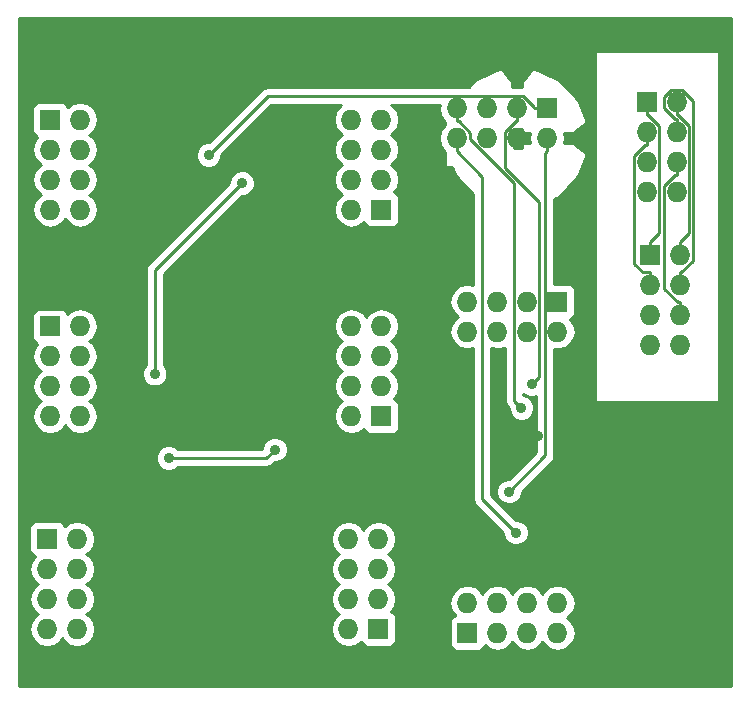
<source format=gbl>
%FSLAX46Y46*%
G04 Gerber Fmt 4.6, Leading zero omitted, Abs format (unit mm)*
G04 Created by KiCad (PCBNEW (2014-jul-16 BZR unknown)-product) date Tue 14 Oct 2014 06:58:31 PM EDT*
%MOMM*%
G01*
G04 APERTURE LIST*
%ADD10C,0.100000*%
%ADD11R,1.727200X1.727200*%
%ADD12O,1.727200X1.727200*%
%ADD13C,0.889000*%
%ADD14C,0.254000*%
G04 APERTURE END LIST*
D10*
D11*
X116730000Y-64190000D03*
D12*
X119270000Y-64190000D03*
X116730000Y-66730000D03*
X119270000Y-66730000D03*
X116730000Y-69270000D03*
X119270000Y-69270000D03*
X116730000Y-71810000D03*
X119270000Y-71810000D03*
D11*
X116730000Y-81690000D03*
D12*
X119270000Y-81690000D03*
X116730000Y-84230000D03*
X119270000Y-84230000D03*
X116730000Y-86770000D03*
X119270000Y-86770000D03*
X116730000Y-89310000D03*
X119270000Y-89310000D03*
D11*
X116480000Y-99690000D03*
D12*
X119020000Y-99690000D03*
X116480000Y-102230000D03*
X119020000Y-102230000D03*
X116480000Y-104770000D03*
X119020000Y-104770000D03*
X116480000Y-107310000D03*
X119020000Y-107310000D03*
D11*
X159685000Y-79605000D03*
D12*
X159685000Y-82145000D03*
X157145000Y-79605000D03*
X157145000Y-82145000D03*
X154605000Y-79605000D03*
X154605000Y-82145000D03*
X152065000Y-79605000D03*
X152065000Y-82145000D03*
D11*
X144770000Y-71810000D03*
D12*
X142230000Y-71810000D03*
X144770000Y-69270000D03*
X142230000Y-69270000D03*
X144770000Y-66730000D03*
X142230000Y-66730000D03*
X144770000Y-64190000D03*
X142230000Y-64190000D03*
D11*
X144770000Y-89310000D03*
D12*
X142230000Y-89310000D03*
X144770000Y-86770000D03*
X142230000Y-86770000D03*
X144770000Y-84230000D03*
X142230000Y-84230000D03*
X144770000Y-81690000D03*
X142230000Y-81690000D03*
D11*
X144520000Y-107310000D03*
D12*
X141980000Y-107310000D03*
X144520000Y-104770000D03*
X141980000Y-104770000D03*
X144520000Y-102230000D03*
X141980000Y-102230000D03*
X144520000Y-99690000D03*
X141980000Y-99690000D03*
D11*
X152065000Y-107645000D03*
D12*
X152065000Y-105105000D03*
X154605000Y-107645000D03*
X154605000Y-105105000D03*
X157145000Y-107645000D03*
X157145000Y-105105000D03*
X159685000Y-107645000D03*
X159685000Y-105105000D03*
D11*
X167230000Y-62690000D03*
D12*
X169770000Y-62690000D03*
X167230000Y-65230000D03*
X169770000Y-65230000D03*
X167230000Y-67770000D03*
X169770000Y-67770000D03*
X167230000Y-70310000D03*
X169770000Y-70310000D03*
D11*
X167480000Y-75690000D03*
D12*
X170020000Y-75690000D03*
X167480000Y-78230000D03*
X170020000Y-78230000D03*
X167480000Y-80770000D03*
X170020000Y-80770000D03*
X167480000Y-83310000D03*
X170020000Y-83310000D03*
D11*
X158810000Y-63230000D03*
D12*
X158810000Y-65770000D03*
X156270000Y-63230000D03*
X156270000Y-65770000D03*
X153730000Y-63230000D03*
X153730000Y-65770000D03*
X151190000Y-63230000D03*
X151190000Y-65770000D03*
D13*
X133570800Y-95982100D03*
X158033500Y-90995000D03*
X131699500Y-77423600D03*
X129722800Y-78588600D03*
X127806400Y-101085600D03*
X131199500Y-61079400D03*
X128563500Y-65578500D03*
X127251900Y-59802700D03*
X129507700Y-96084400D03*
X126944000Y-82604500D03*
X130148000Y-67191900D03*
X156627300Y-88599900D03*
X157511200Y-86600300D03*
X125586400Y-85707900D03*
X132980800Y-69569900D03*
X155587500Y-95691400D03*
X156155100Y-99151100D03*
X135757700Y-92127100D03*
X126757100Y-92844300D03*
D14*
X119447000Y-81317200D02*
X119270000Y-81494200D01*
X119270000Y-81494200D02*
X119270000Y-81690000D01*
X119447000Y-81317200D02*
X119447000Y-81547900D01*
X119447000Y-81086500D02*
X119447000Y-81317200D01*
X158810000Y-63230000D02*
X157692400Y-63230000D01*
X157692400Y-63230000D02*
X157692400Y-63101400D01*
X157692400Y-63101400D02*
X156793000Y-62202000D01*
X156793000Y-62202000D02*
X135137900Y-62202000D01*
X135137900Y-62202000D02*
X130148000Y-67191900D01*
X151190000Y-63230000D02*
X151190000Y-64347600D01*
X151190000Y-64347600D02*
X151329800Y-64347600D01*
X151329800Y-64347600D02*
X152307600Y-65325400D01*
X152307600Y-65325400D02*
X152307600Y-65820100D01*
X152307600Y-65820100D02*
X156010600Y-69523100D01*
X156010600Y-69523100D02*
X156010600Y-87983200D01*
X156010600Y-87983200D02*
X156627300Y-88599900D01*
X156270000Y-63230000D02*
X156270000Y-64347600D01*
X156270000Y-64347600D02*
X156155600Y-64347600D01*
X156155600Y-64347600D02*
X155253700Y-65249500D01*
X155253700Y-65249500D02*
X155253700Y-68254200D01*
X155253700Y-68254200D02*
X158161400Y-71161900D01*
X158161400Y-71161900D02*
X158161400Y-85950100D01*
X158161400Y-85950100D02*
X157511200Y-86600300D01*
X132980800Y-69569900D02*
X125586400Y-76964300D01*
X125586400Y-76964300D02*
X125586400Y-85707900D01*
X158810000Y-65770000D02*
X158810000Y-66887600D01*
X158810000Y-66887600D02*
X158668700Y-67028900D01*
X158668700Y-67028900D02*
X158668700Y-92610200D01*
X158668700Y-92610200D02*
X155587500Y-95691400D01*
X151190000Y-65770000D02*
X151190000Y-66887600D01*
X156155100Y-99151100D02*
X153335000Y-96331000D01*
X153335000Y-96331000D02*
X153335000Y-69032600D01*
X153335000Y-69032600D02*
X151190000Y-66887600D01*
X167230000Y-62690000D02*
X167230000Y-63807600D01*
X167480000Y-75690000D02*
X167480000Y-74572400D01*
X167480000Y-74572400D02*
X168253700Y-73798700D01*
X168253700Y-73798700D02*
X168253700Y-64703200D01*
X168253700Y-64703200D02*
X167358100Y-63807600D01*
X167358100Y-63807600D02*
X167230000Y-63807600D01*
X169770000Y-62690000D02*
X169770000Y-63807600D01*
X170020000Y-75690000D02*
X170020000Y-74572400D01*
X170020000Y-74572400D02*
X170822000Y-73770400D01*
X170822000Y-73770400D02*
X170822000Y-64728400D01*
X170822000Y-64728400D02*
X169901200Y-63807600D01*
X169901200Y-63807600D02*
X169770000Y-63807600D01*
X167230000Y-65230000D02*
X167230000Y-66347600D01*
X167480000Y-78230000D02*
X167480000Y-77112400D01*
X167480000Y-77112400D02*
X166921200Y-77112400D01*
X166921200Y-77112400D02*
X166182600Y-76373800D01*
X166182600Y-76373800D02*
X166182600Y-67254600D01*
X166182600Y-67254600D02*
X167089600Y-66347600D01*
X167089600Y-66347600D02*
X167230000Y-66347600D01*
X169770000Y-65230000D02*
X169770000Y-64112400D01*
X170020000Y-78230000D02*
X170020000Y-77112400D01*
X170020000Y-77112400D02*
X170159700Y-77112400D01*
X170159700Y-77112400D02*
X171143700Y-76128400D01*
X171143700Y-76128400D02*
X171143700Y-62591500D01*
X171143700Y-62591500D02*
X170225200Y-61673000D01*
X170225200Y-61673000D02*
X169303100Y-61673000D01*
X169303100Y-61673000D02*
X168712000Y-62264100D01*
X168712000Y-62264100D02*
X168712000Y-63173600D01*
X168712000Y-63173600D02*
X169650800Y-64112400D01*
X169650800Y-64112400D02*
X169770000Y-64112400D01*
X169770000Y-67770000D02*
X169770000Y-68887600D01*
X170020000Y-80770000D02*
X170020000Y-79652400D01*
X170020000Y-79652400D02*
X169902000Y-79652400D01*
X169902000Y-79652400D02*
X168745200Y-78495600D01*
X168745200Y-78495600D02*
X168745200Y-69819500D01*
X168745200Y-69819500D02*
X169677100Y-68887600D01*
X169677100Y-68887600D02*
X169770000Y-68887600D01*
X126757100Y-92844300D02*
X135040500Y-92844300D01*
X135040500Y-92844300D02*
X135757700Y-92127100D01*
G36*
X157367931Y-66201800D02*
X156701800Y-66201800D01*
X156701800Y-66633600D01*
X156015700Y-66633600D01*
X156015700Y-65565130D01*
X156521197Y-65059633D01*
X156561605Y-65051596D01*
X156701800Y-64957920D01*
X156701800Y-65338200D01*
X157367931Y-65338200D01*
X157282041Y-65770000D01*
X157367931Y-66201800D01*
X157367931Y-66201800D01*
G37*
X157367931Y-66201800D02*
X156701800Y-66201800D01*
X156701800Y-66633600D01*
X156015700Y-66633600D01*
X156015700Y-65565130D01*
X156521197Y-65059633D01*
X156561605Y-65051596D01*
X156701800Y-64957920D01*
X156701800Y-65338200D01*
X157367931Y-65338200D01*
X157282041Y-65770000D01*
X157367931Y-66201800D01*
G36*
X174373000Y-112123000D02*
X173377000Y-112123000D01*
X173377000Y-88127000D01*
X173377000Y-58373000D01*
X162873000Y-58373000D01*
X162873000Y-88127000D01*
X173377000Y-88127000D01*
X173377000Y-112123000D01*
X173250000Y-112123000D01*
X162183126Y-112123000D01*
X162183126Y-67143730D01*
X161019261Y-66201800D01*
X160252068Y-66201800D01*
X160337959Y-65770000D01*
X160252068Y-65338200D01*
X161019261Y-65338200D01*
X162183126Y-64396270D01*
X161422591Y-62560158D01*
X159802020Y-60832681D01*
X157643731Y-59856866D01*
X156701800Y-61016518D01*
X156701800Y-61440000D01*
X155838200Y-61440000D01*
X155838200Y-61016518D01*
X154896269Y-59856866D01*
X152737980Y-60832681D01*
X152168245Y-61440000D01*
X135137900Y-61440000D01*
X134846295Y-61498004D01*
X134599084Y-61663185D01*
X130149869Y-66112400D01*
X129934216Y-66112213D01*
X129537311Y-66276211D01*
X129233378Y-66579614D01*
X129068687Y-66976232D01*
X129068313Y-67405684D01*
X129232311Y-67802589D01*
X129535714Y-68106522D01*
X129932332Y-68271213D01*
X130361784Y-68271587D01*
X130758689Y-68107589D01*
X131062622Y-67804186D01*
X131227313Y-67407568D01*
X131227502Y-67190027D01*
X135453530Y-62964000D01*
X141375321Y-62964000D01*
X141170330Y-63100971D01*
X140845474Y-63587152D01*
X140731400Y-64160641D01*
X140731400Y-64219359D01*
X140845474Y-64792848D01*
X141170330Y-65279029D01*
X141441172Y-65460000D01*
X141170330Y-65640971D01*
X140845474Y-66127152D01*
X140731400Y-66700641D01*
X140731400Y-66759359D01*
X140845474Y-67332848D01*
X141170330Y-67819029D01*
X141441172Y-68000000D01*
X141170330Y-68180971D01*
X140845474Y-68667152D01*
X140731400Y-69240641D01*
X140731400Y-69299359D01*
X140845474Y-69872848D01*
X141170330Y-70359029D01*
X141441172Y-70540000D01*
X141170330Y-70720971D01*
X140845474Y-71207152D01*
X140731400Y-71780641D01*
X140731400Y-71839359D01*
X140845474Y-72412848D01*
X141170330Y-72899029D01*
X141656511Y-73223885D01*
X142230000Y-73337959D01*
X142803489Y-73223885D01*
X143289670Y-72899029D01*
X143303736Y-72877976D01*
X143368073Y-73033298D01*
X143546701Y-73211927D01*
X143780090Y-73308600D01*
X144032709Y-73308600D01*
X145759909Y-73308600D01*
X145993298Y-73211927D01*
X146171927Y-73033299D01*
X146268600Y-72799910D01*
X146268600Y-72547291D01*
X146268600Y-70820091D01*
X146171927Y-70586702D01*
X145993299Y-70408073D01*
X145839473Y-70344356D01*
X146154526Y-69872848D01*
X146268600Y-69299359D01*
X146268600Y-69240641D01*
X146154526Y-68667152D01*
X145829670Y-68180971D01*
X145558827Y-68000000D01*
X145829670Y-67819029D01*
X146154526Y-67332848D01*
X146268600Y-66759359D01*
X146268600Y-66700641D01*
X146154526Y-66127152D01*
X145829670Y-65640971D01*
X145558827Y-65460000D01*
X145829670Y-65279029D01*
X146154526Y-64792848D01*
X146268600Y-64219359D01*
X146268600Y-64160641D01*
X146154526Y-63587152D01*
X145829670Y-63100971D01*
X145624678Y-62964000D01*
X149714951Y-62964000D01*
X149662041Y-63230000D01*
X149776115Y-63803489D01*
X150100971Y-64289670D01*
X150199400Y-64355438D01*
X150199400Y-64644561D01*
X150100971Y-64710330D01*
X149776115Y-65196511D01*
X149662041Y-65770000D01*
X149776115Y-66343489D01*
X150100971Y-66829670D01*
X150199400Y-66895438D01*
X150199400Y-68183002D01*
X150787350Y-68183002D01*
X151117409Y-68979842D01*
X152573000Y-70531455D01*
X152573000Y-78201607D01*
X152094359Y-78106400D01*
X152035641Y-78106400D01*
X151462152Y-78220474D01*
X150975971Y-78545330D01*
X150651115Y-79031511D01*
X150537041Y-79605000D01*
X150651115Y-80178489D01*
X150975971Y-80664670D01*
X151290751Y-80875000D01*
X150975971Y-81085330D01*
X150651115Y-81571511D01*
X150537041Y-82145000D01*
X150651115Y-82718489D01*
X150975971Y-83204670D01*
X151462152Y-83529526D01*
X152035641Y-83643600D01*
X152094359Y-83643600D01*
X152573000Y-83548392D01*
X152573000Y-96331000D01*
X152631004Y-96622605D01*
X152796185Y-96869815D01*
X155075600Y-99149231D01*
X155075413Y-99364884D01*
X155239411Y-99761789D01*
X155542814Y-100065722D01*
X155939432Y-100230413D01*
X156368884Y-100230787D01*
X156765789Y-100066789D01*
X157069722Y-99763386D01*
X157234413Y-99366768D01*
X157234787Y-98937316D01*
X157070789Y-98540411D01*
X156767386Y-98236478D01*
X156370768Y-98071787D01*
X156153228Y-98071597D01*
X154097000Y-96015369D01*
X154097000Y-83548392D01*
X154575641Y-83643600D01*
X154634359Y-83643600D01*
X155207848Y-83529526D01*
X155248600Y-83502296D01*
X155248600Y-87983200D01*
X155306604Y-88274805D01*
X155471785Y-88522015D01*
X155547800Y-88598030D01*
X155547613Y-88813684D01*
X155711611Y-89210589D01*
X156015014Y-89514522D01*
X156411632Y-89679213D01*
X156841084Y-89679587D01*
X157237989Y-89515589D01*
X157541922Y-89212186D01*
X157706613Y-88815568D01*
X157706987Y-88386116D01*
X157542989Y-87989211D01*
X157239586Y-87685278D01*
X156842968Y-87520587D01*
X156772600Y-87520525D01*
X156772600Y-87388387D01*
X156898914Y-87514922D01*
X157295532Y-87679613D01*
X157724984Y-87679987D01*
X157906700Y-87604903D01*
X157906700Y-92294570D01*
X155589369Y-94611900D01*
X155373716Y-94611713D01*
X154976811Y-94775711D01*
X154672878Y-95079114D01*
X154508187Y-95475732D01*
X154507813Y-95905184D01*
X154671811Y-96302089D01*
X154975214Y-96606022D01*
X155371832Y-96770713D01*
X155801284Y-96771087D01*
X156198189Y-96607089D01*
X156502122Y-96303686D01*
X156666813Y-95907068D01*
X156667002Y-95689527D01*
X159207515Y-93149015D01*
X159372696Y-92901805D01*
X159372696Y-92901804D01*
X159430700Y-92610200D01*
X159430700Y-83598856D01*
X159655641Y-83643600D01*
X159714359Y-83643600D01*
X160287848Y-83529526D01*
X160774029Y-83204670D01*
X161098885Y-82718489D01*
X161212959Y-82145000D01*
X161098885Y-81571511D01*
X160774029Y-81085330D01*
X160752976Y-81071263D01*
X160908298Y-81006927D01*
X161086927Y-80828299D01*
X161183600Y-80594910D01*
X161183600Y-80342291D01*
X161183600Y-78615091D01*
X161086927Y-78381702D01*
X160908299Y-78203073D01*
X160674910Y-78106400D01*
X160422291Y-78106400D01*
X159430700Y-78106400D01*
X159430700Y-70875201D01*
X159802020Y-70707319D01*
X161422591Y-68979842D01*
X162183126Y-67143730D01*
X162183126Y-112123000D01*
X161212959Y-112123000D01*
X161212959Y-107645000D01*
X161098885Y-107071511D01*
X160774029Y-106585330D01*
X160459248Y-106375000D01*
X160774029Y-106164670D01*
X161098885Y-105678489D01*
X161212959Y-105105000D01*
X161098885Y-104531511D01*
X160774029Y-104045330D01*
X160287848Y-103720474D01*
X159714359Y-103606400D01*
X159655641Y-103606400D01*
X159082152Y-103720474D01*
X158595971Y-104045330D01*
X158415000Y-104316172D01*
X158234029Y-104045330D01*
X157747848Y-103720474D01*
X157174359Y-103606400D01*
X157115641Y-103606400D01*
X156542152Y-103720474D01*
X156055971Y-104045330D01*
X155875000Y-104316172D01*
X155694029Y-104045330D01*
X155207848Y-103720474D01*
X154634359Y-103606400D01*
X154575641Y-103606400D01*
X154002152Y-103720474D01*
X153515971Y-104045330D01*
X153335000Y-104316172D01*
X153154029Y-104045330D01*
X152667848Y-103720474D01*
X152094359Y-103606400D01*
X152035641Y-103606400D01*
X151462152Y-103720474D01*
X150975971Y-104045330D01*
X150651115Y-104531511D01*
X150537041Y-105105000D01*
X150651115Y-105678489D01*
X150975971Y-106164670D01*
X150997023Y-106178736D01*
X150841702Y-106243073D01*
X150663073Y-106421701D01*
X150566400Y-106655090D01*
X150566400Y-106907709D01*
X150566400Y-108634909D01*
X150663073Y-108868298D01*
X150841701Y-109046927D01*
X151075090Y-109143600D01*
X151327709Y-109143600D01*
X153054909Y-109143600D01*
X153288298Y-109046927D01*
X153466927Y-108868299D01*
X153530643Y-108714473D01*
X154002152Y-109029526D01*
X154575641Y-109143600D01*
X154634359Y-109143600D01*
X155207848Y-109029526D01*
X155694029Y-108704670D01*
X155875000Y-108433827D01*
X156055971Y-108704670D01*
X156542152Y-109029526D01*
X157115641Y-109143600D01*
X157174359Y-109143600D01*
X157747848Y-109029526D01*
X158234029Y-108704670D01*
X158415000Y-108433827D01*
X158595971Y-108704670D01*
X159082152Y-109029526D01*
X159655641Y-109143600D01*
X159714359Y-109143600D01*
X160287848Y-109029526D01*
X160774029Y-108704670D01*
X161098885Y-108218489D01*
X161212959Y-107645000D01*
X161212959Y-112123000D01*
X146268600Y-112123000D01*
X146268600Y-90299910D01*
X146268600Y-90047291D01*
X146268600Y-88320091D01*
X146171927Y-88086702D01*
X145993299Y-87908073D01*
X145839473Y-87844356D01*
X146154526Y-87372848D01*
X146268600Y-86799359D01*
X146268600Y-86740641D01*
X146154526Y-86167152D01*
X145829670Y-85680971D01*
X145558827Y-85500000D01*
X145829670Y-85319029D01*
X146154526Y-84832848D01*
X146268600Y-84259359D01*
X146268600Y-84200641D01*
X146154526Y-83627152D01*
X145829670Y-83140971D01*
X145558827Y-82960000D01*
X145829670Y-82779029D01*
X146154526Y-82292848D01*
X146268600Y-81719359D01*
X146268600Y-81660641D01*
X146154526Y-81087152D01*
X145829670Y-80600971D01*
X145343489Y-80276115D01*
X144770000Y-80162041D01*
X144196511Y-80276115D01*
X143710330Y-80600971D01*
X143500000Y-80915751D01*
X143289670Y-80600971D01*
X142803489Y-80276115D01*
X142230000Y-80162041D01*
X141656511Y-80276115D01*
X141170330Y-80600971D01*
X140845474Y-81087152D01*
X140731400Y-81660641D01*
X140731400Y-81719359D01*
X140845474Y-82292848D01*
X141170330Y-82779029D01*
X141441172Y-82960000D01*
X141170330Y-83140971D01*
X140845474Y-83627152D01*
X140731400Y-84200641D01*
X140731400Y-84259359D01*
X140845474Y-84832848D01*
X141170330Y-85319029D01*
X141441172Y-85500000D01*
X141170330Y-85680971D01*
X140845474Y-86167152D01*
X140731400Y-86740641D01*
X140731400Y-86799359D01*
X140845474Y-87372848D01*
X141170330Y-87859029D01*
X141441172Y-88040000D01*
X141170330Y-88220971D01*
X140845474Y-88707152D01*
X140731400Y-89280641D01*
X140731400Y-89339359D01*
X140845474Y-89912848D01*
X141170330Y-90399029D01*
X141656511Y-90723885D01*
X142230000Y-90837959D01*
X142803489Y-90723885D01*
X143289670Y-90399029D01*
X143303736Y-90377976D01*
X143368073Y-90533298D01*
X143546701Y-90711927D01*
X143780090Y-90808600D01*
X144032709Y-90808600D01*
X145759909Y-90808600D01*
X145993298Y-90711927D01*
X146171927Y-90533299D01*
X146268600Y-90299910D01*
X146268600Y-112123000D01*
X146018600Y-112123000D01*
X146018600Y-108299910D01*
X146018600Y-108047291D01*
X146018600Y-106320091D01*
X145921927Y-106086702D01*
X145743299Y-105908073D01*
X145589473Y-105844356D01*
X145904526Y-105372848D01*
X146018600Y-104799359D01*
X146018600Y-104740641D01*
X145904526Y-104167152D01*
X145579670Y-103680971D01*
X145308827Y-103500000D01*
X145579670Y-103319029D01*
X145904526Y-102832848D01*
X146018600Y-102259359D01*
X146018600Y-102200641D01*
X145904526Y-101627152D01*
X145579670Y-101140971D01*
X145308827Y-100960000D01*
X145579670Y-100779029D01*
X145904526Y-100292848D01*
X146018600Y-99719359D01*
X146018600Y-99660641D01*
X145904526Y-99087152D01*
X145579670Y-98600971D01*
X145093489Y-98276115D01*
X144520000Y-98162041D01*
X143946511Y-98276115D01*
X143460330Y-98600971D01*
X143250000Y-98915751D01*
X143039670Y-98600971D01*
X142553489Y-98276115D01*
X141980000Y-98162041D01*
X141406511Y-98276115D01*
X140920330Y-98600971D01*
X140595474Y-99087152D01*
X140481400Y-99660641D01*
X140481400Y-99719359D01*
X140595474Y-100292848D01*
X140920330Y-100779029D01*
X141191172Y-100960000D01*
X140920330Y-101140971D01*
X140595474Y-101627152D01*
X140481400Y-102200641D01*
X140481400Y-102259359D01*
X140595474Y-102832848D01*
X140920330Y-103319029D01*
X141191172Y-103500000D01*
X140920330Y-103680971D01*
X140595474Y-104167152D01*
X140481400Y-104740641D01*
X140481400Y-104799359D01*
X140595474Y-105372848D01*
X140920330Y-105859029D01*
X141191172Y-106040000D01*
X140920330Y-106220971D01*
X140595474Y-106707152D01*
X140481400Y-107280641D01*
X140481400Y-107339359D01*
X140595474Y-107912848D01*
X140920330Y-108399029D01*
X141406511Y-108723885D01*
X141980000Y-108837959D01*
X142553489Y-108723885D01*
X143039670Y-108399029D01*
X143053736Y-108377976D01*
X143118073Y-108533298D01*
X143296701Y-108711927D01*
X143530090Y-108808600D01*
X143782709Y-108808600D01*
X145509909Y-108808600D01*
X145743298Y-108711927D01*
X145921927Y-108533299D01*
X146018600Y-108299910D01*
X146018600Y-112123000D01*
X136837387Y-112123000D01*
X136837387Y-91913316D01*
X136673389Y-91516411D01*
X136369986Y-91212478D01*
X135973368Y-91047787D01*
X135543916Y-91047413D01*
X135147011Y-91211411D01*
X134843078Y-91514814D01*
X134678387Y-91911432D01*
X134678238Y-92082300D01*
X134060487Y-92082300D01*
X134060487Y-69356116D01*
X133896489Y-68959211D01*
X133593086Y-68655278D01*
X133196468Y-68490587D01*
X132767016Y-68490213D01*
X132370111Y-68654211D01*
X132066178Y-68957614D01*
X131901487Y-69354232D01*
X131901297Y-69571771D01*
X125047585Y-76425485D01*
X124882404Y-76672695D01*
X124824400Y-76964300D01*
X124824400Y-84943258D01*
X124671778Y-85095614D01*
X124507087Y-85492232D01*
X124506713Y-85921684D01*
X124670711Y-86318589D01*
X124974114Y-86622522D01*
X125370732Y-86787213D01*
X125800184Y-86787587D01*
X126197089Y-86623589D01*
X126501022Y-86320186D01*
X126665713Y-85923568D01*
X126666087Y-85494116D01*
X126502089Y-85097211D01*
X126348400Y-84943253D01*
X126348400Y-77279930D01*
X132978931Y-70649399D01*
X133194584Y-70649587D01*
X133591489Y-70485589D01*
X133895422Y-70182186D01*
X134060113Y-69785568D01*
X134060487Y-69356116D01*
X134060487Y-92082300D01*
X127521741Y-92082300D01*
X127369386Y-91929678D01*
X126972768Y-91764987D01*
X126543316Y-91764613D01*
X126146411Y-91928611D01*
X125842478Y-92232014D01*
X125677787Y-92628632D01*
X125677413Y-93058084D01*
X125841411Y-93454989D01*
X126144814Y-93758922D01*
X126541432Y-93923613D01*
X126970884Y-93923987D01*
X127367789Y-93759989D01*
X127521746Y-93606300D01*
X135040500Y-93606300D01*
X135040500Y-93606299D01*
X135332104Y-93548296D01*
X135332105Y-93548296D01*
X135579315Y-93383115D01*
X135755830Y-93206599D01*
X135971484Y-93206787D01*
X136368389Y-93042789D01*
X136672322Y-92739386D01*
X136837013Y-92342768D01*
X136837387Y-91913316D01*
X136837387Y-112123000D01*
X120768600Y-112123000D01*
X120768600Y-89339359D01*
X120768600Y-89280641D01*
X120654526Y-88707152D01*
X120329670Y-88220971D01*
X120058827Y-88040000D01*
X120329670Y-87859029D01*
X120654526Y-87372848D01*
X120768600Y-86799359D01*
X120768600Y-86740641D01*
X120654526Y-86167152D01*
X120329670Y-85680971D01*
X120058827Y-85500000D01*
X120329670Y-85319029D01*
X120654526Y-84832848D01*
X120768600Y-84259359D01*
X120768600Y-84200641D01*
X120654526Y-83627152D01*
X120329670Y-83140971D01*
X120058827Y-82960000D01*
X120329670Y-82779029D01*
X120654526Y-82292848D01*
X120768600Y-81719359D01*
X120768600Y-81660641D01*
X120768600Y-71839359D01*
X120768600Y-71780641D01*
X120654526Y-71207152D01*
X120329670Y-70720971D01*
X120058827Y-70540000D01*
X120329670Y-70359029D01*
X120654526Y-69872848D01*
X120768600Y-69299359D01*
X120768600Y-69240641D01*
X120654526Y-68667152D01*
X120329670Y-68180971D01*
X120058827Y-68000000D01*
X120329670Y-67819029D01*
X120654526Y-67332848D01*
X120768600Y-66759359D01*
X120768600Y-66700641D01*
X120654526Y-66127152D01*
X120329670Y-65640971D01*
X120058827Y-65460000D01*
X120329670Y-65279029D01*
X120654526Y-64792848D01*
X120768600Y-64219359D01*
X120768600Y-64160641D01*
X120654526Y-63587152D01*
X120329670Y-63100971D01*
X119843489Y-62776115D01*
X119270000Y-62662041D01*
X118696511Y-62776115D01*
X118210330Y-63100971D01*
X118196263Y-63122023D01*
X118131927Y-62966702D01*
X117953299Y-62788073D01*
X117719910Y-62691400D01*
X117467291Y-62691400D01*
X115740091Y-62691400D01*
X115506702Y-62788073D01*
X115328073Y-62966701D01*
X115231400Y-63200090D01*
X115231400Y-63452709D01*
X115231400Y-65179909D01*
X115328073Y-65413298D01*
X115506701Y-65591927D01*
X115660526Y-65655643D01*
X115345474Y-66127152D01*
X115231400Y-66700641D01*
X115231400Y-66759359D01*
X115345474Y-67332848D01*
X115670330Y-67819029D01*
X115941172Y-68000000D01*
X115670330Y-68180971D01*
X115345474Y-68667152D01*
X115231400Y-69240641D01*
X115231400Y-69299359D01*
X115345474Y-69872848D01*
X115670330Y-70359029D01*
X115941172Y-70540000D01*
X115670330Y-70720971D01*
X115345474Y-71207152D01*
X115231400Y-71780641D01*
X115231400Y-71839359D01*
X115345474Y-72412848D01*
X115670330Y-72899029D01*
X116156511Y-73223885D01*
X116730000Y-73337959D01*
X117303489Y-73223885D01*
X117789670Y-72899029D01*
X118000000Y-72584248D01*
X118210330Y-72899029D01*
X118696511Y-73223885D01*
X119270000Y-73337959D01*
X119843489Y-73223885D01*
X120329670Y-72899029D01*
X120654526Y-72412848D01*
X120768600Y-71839359D01*
X120768600Y-81660641D01*
X120654526Y-81087152D01*
X120329670Y-80600971D01*
X119843489Y-80276115D01*
X119270000Y-80162041D01*
X118696511Y-80276115D01*
X118210330Y-80600971D01*
X118196263Y-80622023D01*
X118131927Y-80466702D01*
X117953299Y-80288073D01*
X117719910Y-80191400D01*
X117467291Y-80191400D01*
X115740091Y-80191400D01*
X115506702Y-80288073D01*
X115328073Y-80466701D01*
X115231400Y-80700090D01*
X115231400Y-80952709D01*
X115231400Y-82679909D01*
X115328073Y-82913298D01*
X115506701Y-83091927D01*
X115660526Y-83155643D01*
X115345474Y-83627152D01*
X115231400Y-84200641D01*
X115231400Y-84259359D01*
X115345474Y-84832848D01*
X115670330Y-85319029D01*
X115941172Y-85500000D01*
X115670330Y-85680971D01*
X115345474Y-86167152D01*
X115231400Y-86740641D01*
X115231400Y-86799359D01*
X115345474Y-87372848D01*
X115670330Y-87859029D01*
X115941172Y-88040000D01*
X115670330Y-88220971D01*
X115345474Y-88707152D01*
X115231400Y-89280641D01*
X115231400Y-89339359D01*
X115345474Y-89912848D01*
X115670330Y-90399029D01*
X116156511Y-90723885D01*
X116730000Y-90837959D01*
X117303489Y-90723885D01*
X117789670Y-90399029D01*
X118000000Y-90084248D01*
X118210330Y-90399029D01*
X118696511Y-90723885D01*
X119270000Y-90837959D01*
X119843489Y-90723885D01*
X120329670Y-90399029D01*
X120654526Y-89912848D01*
X120768600Y-89339359D01*
X120768600Y-112123000D01*
X120518600Y-112123000D01*
X120518600Y-107339359D01*
X120518600Y-107280641D01*
X120404526Y-106707152D01*
X120079670Y-106220971D01*
X119808827Y-106040000D01*
X120079670Y-105859029D01*
X120404526Y-105372848D01*
X120518600Y-104799359D01*
X120518600Y-104740641D01*
X120404526Y-104167152D01*
X120079670Y-103680971D01*
X119808827Y-103500000D01*
X120079670Y-103319029D01*
X120404526Y-102832848D01*
X120518600Y-102259359D01*
X120518600Y-102200641D01*
X120404526Y-101627152D01*
X120079670Y-101140971D01*
X119808827Y-100960000D01*
X120079670Y-100779029D01*
X120404526Y-100292848D01*
X120518600Y-99719359D01*
X120518600Y-99660641D01*
X120404526Y-99087152D01*
X120079670Y-98600971D01*
X119593489Y-98276115D01*
X119020000Y-98162041D01*
X118446511Y-98276115D01*
X117960330Y-98600971D01*
X117946263Y-98622023D01*
X117881927Y-98466702D01*
X117703299Y-98288073D01*
X117469910Y-98191400D01*
X117217291Y-98191400D01*
X115490091Y-98191400D01*
X115256702Y-98288073D01*
X115078073Y-98466701D01*
X114981400Y-98700090D01*
X114981400Y-98952709D01*
X114981400Y-100679909D01*
X115078073Y-100913298D01*
X115256701Y-101091927D01*
X115410526Y-101155643D01*
X115095474Y-101627152D01*
X114981400Y-102200641D01*
X114981400Y-102259359D01*
X115095474Y-102832848D01*
X115420330Y-103319029D01*
X115691172Y-103500000D01*
X115420330Y-103680971D01*
X115095474Y-104167152D01*
X114981400Y-104740641D01*
X114981400Y-104799359D01*
X115095474Y-105372848D01*
X115420330Y-105859029D01*
X115691172Y-106040000D01*
X115420330Y-106220971D01*
X115095474Y-106707152D01*
X114981400Y-107280641D01*
X114981400Y-107339359D01*
X115095474Y-107912848D01*
X115420330Y-108399029D01*
X115906511Y-108723885D01*
X116480000Y-108837959D01*
X117053489Y-108723885D01*
X117539670Y-108399029D01*
X117750000Y-108084248D01*
X117960330Y-108399029D01*
X118446511Y-108723885D01*
X119020000Y-108837959D01*
X119593489Y-108723885D01*
X120079670Y-108399029D01*
X120404526Y-107912848D01*
X120518600Y-107339359D01*
X120518600Y-112123000D01*
X114127000Y-112123000D01*
X114127000Y-55627000D01*
X174373000Y-55627000D01*
X174373000Y-112123000D01*
X174373000Y-112123000D01*
G37*
X174373000Y-112123000D02*
X173377000Y-112123000D01*
X173377000Y-88127000D01*
X173377000Y-58373000D01*
X162873000Y-58373000D01*
X162873000Y-88127000D01*
X173377000Y-88127000D01*
X173377000Y-112123000D01*
X173250000Y-112123000D01*
X162183126Y-112123000D01*
X162183126Y-67143730D01*
X161019261Y-66201800D01*
X160252068Y-66201800D01*
X160337959Y-65770000D01*
X160252068Y-65338200D01*
X161019261Y-65338200D01*
X162183126Y-64396270D01*
X161422591Y-62560158D01*
X159802020Y-60832681D01*
X157643731Y-59856866D01*
X156701800Y-61016518D01*
X156701800Y-61440000D01*
X155838200Y-61440000D01*
X155838200Y-61016518D01*
X154896269Y-59856866D01*
X152737980Y-60832681D01*
X152168245Y-61440000D01*
X135137900Y-61440000D01*
X134846295Y-61498004D01*
X134599084Y-61663185D01*
X130149869Y-66112400D01*
X129934216Y-66112213D01*
X129537311Y-66276211D01*
X129233378Y-66579614D01*
X129068687Y-66976232D01*
X129068313Y-67405684D01*
X129232311Y-67802589D01*
X129535714Y-68106522D01*
X129932332Y-68271213D01*
X130361784Y-68271587D01*
X130758689Y-68107589D01*
X131062622Y-67804186D01*
X131227313Y-67407568D01*
X131227502Y-67190027D01*
X135453530Y-62964000D01*
X141375321Y-62964000D01*
X141170330Y-63100971D01*
X140845474Y-63587152D01*
X140731400Y-64160641D01*
X140731400Y-64219359D01*
X140845474Y-64792848D01*
X141170330Y-65279029D01*
X141441172Y-65460000D01*
X141170330Y-65640971D01*
X140845474Y-66127152D01*
X140731400Y-66700641D01*
X140731400Y-66759359D01*
X140845474Y-67332848D01*
X141170330Y-67819029D01*
X141441172Y-68000000D01*
X141170330Y-68180971D01*
X140845474Y-68667152D01*
X140731400Y-69240641D01*
X140731400Y-69299359D01*
X140845474Y-69872848D01*
X141170330Y-70359029D01*
X141441172Y-70540000D01*
X141170330Y-70720971D01*
X140845474Y-71207152D01*
X140731400Y-71780641D01*
X140731400Y-71839359D01*
X140845474Y-72412848D01*
X141170330Y-72899029D01*
X141656511Y-73223885D01*
X142230000Y-73337959D01*
X142803489Y-73223885D01*
X143289670Y-72899029D01*
X143303736Y-72877976D01*
X143368073Y-73033298D01*
X143546701Y-73211927D01*
X143780090Y-73308600D01*
X144032709Y-73308600D01*
X145759909Y-73308600D01*
X145993298Y-73211927D01*
X146171927Y-73033299D01*
X146268600Y-72799910D01*
X146268600Y-72547291D01*
X146268600Y-70820091D01*
X146171927Y-70586702D01*
X145993299Y-70408073D01*
X145839473Y-70344356D01*
X146154526Y-69872848D01*
X146268600Y-69299359D01*
X146268600Y-69240641D01*
X146154526Y-68667152D01*
X145829670Y-68180971D01*
X145558827Y-68000000D01*
X145829670Y-67819029D01*
X146154526Y-67332848D01*
X146268600Y-66759359D01*
X146268600Y-66700641D01*
X146154526Y-66127152D01*
X145829670Y-65640971D01*
X145558827Y-65460000D01*
X145829670Y-65279029D01*
X146154526Y-64792848D01*
X146268600Y-64219359D01*
X146268600Y-64160641D01*
X146154526Y-63587152D01*
X145829670Y-63100971D01*
X145624678Y-62964000D01*
X149714951Y-62964000D01*
X149662041Y-63230000D01*
X149776115Y-63803489D01*
X150100971Y-64289670D01*
X150199400Y-64355438D01*
X150199400Y-64644561D01*
X150100971Y-64710330D01*
X149776115Y-65196511D01*
X149662041Y-65770000D01*
X149776115Y-66343489D01*
X150100971Y-66829670D01*
X150199400Y-66895438D01*
X150199400Y-68183002D01*
X150787350Y-68183002D01*
X151117409Y-68979842D01*
X152573000Y-70531455D01*
X152573000Y-78201607D01*
X152094359Y-78106400D01*
X152035641Y-78106400D01*
X151462152Y-78220474D01*
X150975971Y-78545330D01*
X150651115Y-79031511D01*
X150537041Y-79605000D01*
X150651115Y-80178489D01*
X150975971Y-80664670D01*
X151290751Y-80875000D01*
X150975971Y-81085330D01*
X150651115Y-81571511D01*
X150537041Y-82145000D01*
X150651115Y-82718489D01*
X150975971Y-83204670D01*
X151462152Y-83529526D01*
X152035641Y-83643600D01*
X152094359Y-83643600D01*
X152573000Y-83548392D01*
X152573000Y-96331000D01*
X152631004Y-96622605D01*
X152796185Y-96869815D01*
X155075600Y-99149231D01*
X155075413Y-99364884D01*
X155239411Y-99761789D01*
X155542814Y-100065722D01*
X155939432Y-100230413D01*
X156368884Y-100230787D01*
X156765789Y-100066789D01*
X157069722Y-99763386D01*
X157234413Y-99366768D01*
X157234787Y-98937316D01*
X157070789Y-98540411D01*
X156767386Y-98236478D01*
X156370768Y-98071787D01*
X156153228Y-98071597D01*
X154097000Y-96015369D01*
X154097000Y-83548392D01*
X154575641Y-83643600D01*
X154634359Y-83643600D01*
X155207848Y-83529526D01*
X155248600Y-83502296D01*
X155248600Y-87983200D01*
X155306604Y-88274805D01*
X155471785Y-88522015D01*
X155547800Y-88598030D01*
X155547613Y-88813684D01*
X155711611Y-89210589D01*
X156015014Y-89514522D01*
X156411632Y-89679213D01*
X156841084Y-89679587D01*
X157237989Y-89515589D01*
X157541922Y-89212186D01*
X157706613Y-88815568D01*
X157706987Y-88386116D01*
X157542989Y-87989211D01*
X157239586Y-87685278D01*
X156842968Y-87520587D01*
X156772600Y-87520525D01*
X156772600Y-87388387D01*
X156898914Y-87514922D01*
X157295532Y-87679613D01*
X157724984Y-87679987D01*
X157906700Y-87604903D01*
X157906700Y-92294570D01*
X155589369Y-94611900D01*
X155373716Y-94611713D01*
X154976811Y-94775711D01*
X154672878Y-95079114D01*
X154508187Y-95475732D01*
X154507813Y-95905184D01*
X154671811Y-96302089D01*
X154975214Y-96606022D01*
X155371832Y-96770713D01*
X155801284Y-96771087D01*
X156198189Y-96607089D01*
X156502122Y-96303686D01*
X156666813Y-95907068D01*
X156667002Y-95689527D01*
X159207515Y-93149015D01*
X159372696Y-92901805D01*
X159372696Y-92901804D01*
X159430700Y-92610200D01*
X159430700Y-83598856D01*
X159655641Y-83643600D01*
X159714359Y-83643600D01*
X160287848Y-83529526D01*
X160774029Y-83204670D01*
X161098885Y-82718489D01*
X161212959Y-82145000D01*
X161098885Y-81571511D01*
X160774029Y-81085330D01*
X160752976Y-81071263D01*
X160908298Y-81006927D01*
X161086927Y-80828299D01*
X161183600Y-80594910D01*
X161183600Y-80342291D01*
X161183600Y-78615091D01*
X161086927Y-78381702D01*
X160908299Y-78203073D01*
X160674910Y-78106400D01*
X160422291Y-78106400D01*
X159430700Y-78106400D01*
X159430700Y-70875201D01*
X159802020Y-70707319D01*
X161422591Y-68979842D01*
X162183126Y-67143730D01*
X162183126Y-112123000D01*
X161212959Y-112123000D01*
X161212959Y-107645000D01*
X161098885Y-107071511D01*
X160774029Y-106585330D01*
X160459248Y-106375000D01*
X160774029Y-106164670D01*
X161098885Y-105678489D01*
X161212959Y-105105000D01*
X161098885Y-104531511D01*
X160774029Y-104045330D01*
X160287848Y-103720474D01*
X159714359Y-103606400D01*
X159655641Y-103606400D01*
X159082152Y-103720474D01*
X158595971Y-104045330D01*
X158415000Y-104316172D01*
X158234029Y-104045330D01*
X157747848Y-103720474D01*
X157174359Y-103606400D01*
X157115641Y-103606400D01*
X156542152Y-103720474D01*
X156055971Y-104045330D01*
X155875000Y-104316172D01*
X155694029Y-104045330D01*
X155207848Y-103720474D01*
X154634359Y-103606400D01*
X154575641Y-103606400D01*
X154002152Y-103720474D01*
X153515971Y-104045330D01*
X153335000Y-104316172D01*
X153154029Y-104045330D01*
X152667848Y-103720474D01*
X152094359Y-103606400D01*
X152035641Y-103606400D01*
X151462152Y-103720474D01*
X150975971Y-104045330D01*
X150651115Y-104531511D01*
X150537041Y-105105000D01*
X150651115Y-105678489D01*
X150975971Y-106164670D01*
X150997023Y-106178736D01*
X150841702Y-106243073D01*
X150663073Y-106421701D01*
X150566400Y-106655090D01*
X150566400Y-106907709D01*
X150566400Y-108634909D01*
X150663073Y-108868298D01*
X150841701Y-109046927D01*
X151075090Y-109143600D01*
X151327709Y-109143600D01*
X153054909Y-109143600D01*
X153288298Y-109046927D01*
X153466927Y-108868299D01*
X153530643Y-108714473D01*
X154002152Y-109029526D01*
X154575641Y-109143600D01*
X154634359Y-109143600D01*
X155207848Y-109029526D01*
X155694029Y-108704670D01*
X155875000Y-108433827D01*
X156055971Y-108704670D01*
X156542152Y-109029526D01*
X157115641Y-109143600D01*
X157174359Y-109143600D01*
X157747848Y-109029526D01*
X158234029Y-108704670D01*
X158415000Y-108433827D01*
X158595971Y-108704670D01*
X159082152Y-109029526D01*
X159655641Y-109143600D01*
X159714359Y-109143600D01*
X160287848Y-109029526D01*
X160774029Y-108704670D01*
X161098885Y-108218489D01*
X161212959Y-107645000D01*
X161212959Y-112123000D01*
X146268600Y-112123000D01*
X146268600Y-90299910D01*
X146268600Y-90047291D01*
X146268600Y-88320091D01*
X146171927Y-88086702D01*
X145993299Y-87908073D01*
X145839473Y-87844356D01*
X146154526Y-87372848D01*
X146268600Y-86799359D01*
X146268600Y-86740641D01*
X146154526Y-86167152D01*
X145829670Y-85680971D01*
X145558827Y-85500000D01*
X145829670Y-85319029D01*
X146154526Y-84832848D01*
X146268600Y-84259359D01*
X146268600Y-84200641D01*
X146154526Y-83627152D01*
X145829670Y-83140971D01*
X145558827Y-82960000D01*
X145829670Y-82779029D01*
X146154526Y-82292848D01*
X146268600Y-81719359D01*
X146268600Y-81660641D01*
X146154526Y-81087152D01*
X145829670Y-80600971D01*
X145343489Y-80276115D01*
X144770000Y-80162041D01*
X144196511Y-80276115D01*
X143710330Y-80600971D01*
X143500000Y-80915751D01*
X143289670Y-80600971D01*
X142803489Y-80276115D01*
X142230000Y-80162041D01*
X141656511Y-80276115D01*
X141170330Y-80600971D01*
X140845474Y-81087152D01*
X140731400Y-81660641D01*
X140731400Y-81719359D01*
X140845474Y-82292848D01*
X141170330Y-82779029D01*
X141441172Y-82960000D01*
X141170330Y-83140971D01*
X140845474Y-83627152D01*
X140731400Y-84200641D01*
X140731400Y-84259359D01*
X140845474Y-84832848D01*
X141170330Y-85319029D01*
X141441172Y-85500000D01*
X141170330Y-85680971D01*
X140845474Y-86167152D01*
X140731400Y-86740641D01*
X140731400Y-86799359D01*
X140845474Y-87372848D01*
X141170330Y-87859029D01*
X141441172Y-88040000D01*
X141170330Y-88220971D01*
X140845474Y-88707152D01*
X140731400Y-89280641D01*
X140731400Y-89339359D01*
X140845474Y-89912848D01*
X141170330Y-90399029D01*
X141656511Y-90723885D01*
X142230000Y-90837959D01*
X142803489Y-90723885D01*
X143289670Y-90399029D01*
X143303736Y-90377976D01*
X143368073Y-90533298D01*
X143546701Y-90711927D01*
X143780090Y-90808600D01*
X144032709Y-90808600D01*
X145759909Y-90808600D01*
X145993298Y-90711927D01*
X146171927Y-90533299D01*
X146268600Y-90299910D01*
X146268600Y-112123000D01*
X146018600Y-112123000D01*
X146018600Y-108299910D01*
X146018600Y-108047291D01*
X146018600Y-106320091D01*
X145921927Y-106086702D01*
X145743299Y-105908073D01*
X145589473Y-105844356D01*
X145904526Y-105372848D01*
X146018600Y-104799359D01*
X146018600Y-104740641D01*
X145904526Y-104167152D01*
X145579670Y-103680971D01*
X145308827Y-103500000D01*
X145579670Y-103319029D01*
X145904526Y-102832848D01*
X146018600Y-102259359D01*
X146018600Y-102200641D01*
X145904526Y-101627152D01*
X145579670Y-101140971D01*
X145308827Y-100960000D01*
X145579670Y-100779029D01*
X145904526Y-100292848D01*
X146018600Y-99719359D01*
X146018600Y-99660641D01*
X145904526Y-99087152D01*
X145579670Y-98600971D01*
X145093489Y-98276115D01*
X144520000Y-98162041D01*
X143946511Y-98276115D01*
X143460330Y-98600971D01*
X143250000Y-98915751D01*
X143039670Y-98600971D01*
X142553489Y-98276115D01*
X141980000Y-98162041D01*
X141406511Y-98276115D01*
X140920330Y-98600971D01*
X140595474Y-99087152D01*
X140481400Y-99660641D01*
X140481400Y-99719359D01*
X140595474Y-100292848D01*
X140920330Y-100779029D01*
X141191172Y-100960000D01*
X140920330Y-101140971D01*
X140595474Y-101627152D01*
X140481400Y-102200641D01*
X140481400Y-102259359D01*
X140595474Y-102832848D01*
X140920330Y-103319029D01*
X141191172Y-103500000D01*
X140920330Y-103680971D01*
X140595474Y-104167152D01*
X140481400Y-104740641D01*
X140481400Y-104799359D01*
X140595474Y-105372848D01*
X140920330Y-105859029D01*
X141191172Y-106040000D01*
X140920330Y-106220971D01*
X140595474Y-106707152D01*
X140481400Y-107280641D01*
X140481400Y-107339359D01*
X140595474Y-107912848D01*
X140920330Y-108399029D01*
X141406511Y-108723885D01*
X141980000Y-108837959D01*
X142553489Y-108723885D01*
X143039670Y-108399029D01*
X143053736Y-108377976D01*
X143118073Y-108533298D01*
X143296701Y-108711927D01*
X143530090Y-108808600D01*
X143782709Y-108808600D01*
X145509909Y-108808600D01*
X145743298Y-108711927D01*
X145921927Y-108533299D01*
X146018600Y-108299910D01*
X146018600Y-112123000D01*
X136837387Y-112123000D01*
X136837387Y-91913316D01*
X136673389Y-91516411D01*
X136369986Y-91212478D01*
X135973368Y-91047787D01*
X135543916Y-91047413D01*
X135147011Y-91211411D01*
X134843078Y-91514814D01*
X134678387Y-91911432D01*
X134678238Y-92082300D01*
X134060487Y-92082300D01*
X134060487Y-69356116D01*
X133896489Y-68959211D01*
X133593086Y-68655278D01*
X133196468Y-68490587D01*
X132767016Y-68490213D01*
X132370111Y-68654211D01*
X132066178Y-68957614D01*
X131901487Y-69354232D01*
X131901297Y-69571771D01*
X125047585Y-76425485D01*
X124882404Y-76672695D01*
X124824400Y-76964300D01*
X124824400Y-84943258D01*
X124671778Y-85095614D01*
X124507087Y-85492232D01*
X124506713Y-85921684D01*
X124670711Y-86318589D01*
X124974114Y-86622522D01*
X125370732Y-86787213D01*
X125800184Y-86787587D01*
X126197089Y-86623589D01*
X126501022Y-86320186D01*
X126665713Y-85923568D01*
X126666087Y-85494116D01*
X126502089Y-85097211D01*
X126348400Y-84943253D01*
X126348400Y-77279930D01*
X132978931Y-70649399D01*
X133194584Y-70649587D01*
X133591489Y-70485589D01*
X133895422Y-70182186D01*
X134060113Y-69785568D01*
X134060487Y-69356116D01*
X134060487Y-92082300D01*
X127521741Y-92082300D01*
X127369386Y-91929678D01*
X126972768Y-91764987D01*
X126543316Y-91764613D01*
X126146411Y-91928611D01*
X125842478Y-92232014D01*
X125677787Y-92628632D01*
X125677413Y-93058084D01*
X125841411Y-93454989D01*
X126144814Y-93758922D01*
X126541432Y-93923613D01*
X126970884Y-93923987D01*
X127367789Y-93759989D01*
X127521746Y-93606300D01*
X135040500Y-93606300D01*
X135040500Y-93606299D01*
X135332104Y-93548296D01*
X135332105Y-93548296D01*
X135579315Y-93383115D01*
X135755830Y-93206599D01*
X135971484Y-93206787D01*
X136368389Y-93042789D01*
X136672322Y-92739386D01*
X136837013Y-92342768D01*
X136837387Y-91913316D01*
X136837387Y-112123000D01*
X120768600Y-112123000D01*
X120768600Y-89339359D01*
X120768600Y-89280641D01*
X120654526Y-88707152D01*
X120329670Y-88220971D01*
X120058827Y-88040000D01*
X120329670Y-87859029D01*
X120654526Y-87372848D01*
X120768600Y-86799359D01*
X120768600Y-86740641D01*
X120654526Y-86167152D01*
X120329670Y-85680971D01*
X120058827Y-85500000D01*
X120329670Y-85319029D01*
X120654526Y-84832848D01*
X120768600Y-84259359D01*
X120768600Y-84200641D01*
X120654526Y-83627152D01*
X120329670Y-83140971D01*
X120058827Y-82960000D01*
X120329670Y-82779029D01*
X120654526Y-82292848D01*
X120768600Y-81719359D01*
X120768600Y-81660641D01*
X120768600Y-71839359D01*
X120768600Y-71780641D01*
X120654526Y-71207152D01*
X120329670Y-70720971D01*
X120058827Y-70540000D01*
X120329670Y-70359029D01*
X120654526Y-69872848D01*
X120768600Y-69299359D01*
X120768600Y-69240641D01*
X120654526Y-68667152D01*
X120329670Y-68180971D01*
X120058827Y-68000000D01*
X120329670Y-67819029D01*
X120654526Y-67332848D01*
X120768600Y-66759359D01*
X120768600Y-66700641D01*
X120654526Y-66127152D01*
X120329670Y-65640971D01*
X120058827Y-65460000D01*
X120329670Y-65279029D01*
X120654526Y-64792848D01*
X120768600Y-64219359D01*
X120768600Y-64160641D01*
X120654526Y-63587152D01*
X120329670Y-63100971D01*
X119843489Y-62776115D01*
X119270000Y-62662041D01*
X118696511Y-62776115D01*
X118210330Y-63100971D01*
X118196263Y-63122023D01*
X118131927Y-62966702D01*
X117953299Y-62788073D01*
X117719910Y-62691400D01*
X117467291Y-62691400D01*
X115740091Y-62691400D01*
X115506702Y-62788073D01*
X115328073Y-62966701D01*
X115231400Y-63200090D01*
X115231400Y-63452709D01*
X115231400Y-65179909D01*
X115328073Y-65413298D01*
X115506701Y-65591927D01*
X115660526Y-65655643D01*
X115345474Y-66127152D01*
X115231400Y-66700641D01*
X115231400Y-66759359D01*
X115345474Y-67332848D01*
X115670330Y-67819029D01*
X115941172Y-68000000D01*
X115670330Y-68180971D01*
X115345474Y-68667152D01*
X115231400Y-69240641D01*
X115231400Y-69299359D01*
X115345474Y-69872848D01*
X115670330Y-70359029D01*
X115941172Y-70540000D01*
X115670330Y-70720971D01*
X115345474Y-71207152D01*
X115231400Y-71780641D01*
X115231400Y-71839359D01*
X115345474Y-72412848D01*
X115670330Y-72899029D01*
X116156511Y-73223885D01*
X116730000Y-73337959D01*
X117303489Y-73223885D01*
X117789670Y-72899029D01*
X118000000Y-72584248D01*
X118210330Y-72899029D01*
X118696511Y-73223885D01*
X119270000Y-73337959D01*
X119843489Y-73223885D01*
X120329670Y-72899029D01*
X120654526Y-72412848D01*
X120768600Y-71839359D01*
X120768600Y-81660641D01*
X120654526Y-81087152D01*
X120329670Y-80600971D01*
X119843489Y-80276115D01*
X119270000Y-80162041D01*
X118696511Y-80276115D01*
X118210330Y-80600971D01*
X118196263Y-80622023D01*
X118131927Y-80466702D01*
X117953299Y-80288073D01*
X117719910Y-80191400D01*
X117467291Y-80191400D01*
X115740091Y-80191400D01*
X115506702Y-80288073D01*
X115328073Y-80466701D01*
X115231400Y-80700090D01*
X115231400Y-80952709D01*
X115231400Y-82679909D01*
X115328073Y-82913298D01*
X115506701Y-83091927D01*
X115660526Y-83155643D01*
X115345474Y-83627152D01*
X115231400Y-84200641D01*
X115231400Y-84259359D01*
X115345474Y-84832848D01*
X115670330Y-85319029D01*
X115941172Y-85500000D01*
X115670330Y-85680971D01*
X115345474Y-86167152D01*
X115231400Y-86740641D01*
X115231400Y-86799359D01*
X115345474Y-87372848D01*
X115670330Y-87859029D01*
X115941172Y-88040000D01*
X115670330Y-88220971D01*
X115345474Y-88707152D01*
X115231400Y-89280641D01*
X115231400Y-89339359D01*
X115345474Y-89912848D01*
X115670330Y-90399029D01*
X116156511Y-90723885D01*
X116730000Y-90837959D01*
X117303489Y-90723885D01*
X117789670Y-90399029D01*
X118000000Y-90084248D01*
X118210330Y-90399029D01*
X118696511Y-90723885D01*
X119270000Y-90837959D01*
X119843489Y-90723885D01*
X120329670Y-90399029D01*
X120654526Y-89912848D01*
X120768600Y-89339359D01*
X120768600Y-112123000D01*
X120518600Y-112123000D01*
X120518600Y-107339359D01*
X120518600Y-107280641D01*
X120404526Y-106707152D01*
X120079670Y-106220971D01*
X119808827Y-106040000D01*
X120079670Y-105859029D01*
X120404526Y-105372848D01*
X120518600Y-104799359D01*
X120518600Y-104740641D01*
X120404526Y-104167152D01*
X120079670Y-103680971D01*
X119808827Y-103500000D01*
X120079670Y-103319029D01*
X120404526Y-102832848D01*
X120518600Y-102259359D01*
X120518600Y-102200641D01*
X120404526Y-101627152D01*
X120079670Y-101140971D01*
X119808827Y-100960000D01*
X120079670Y-100779029D01*
X120404526Y-100292848D01*
X120518600Y-99719359D01*
X120518600Y-99660641D01*
X120404526Y-99087152D01*
X120079670Y-98600971D01*
X119593489Y-98276115D01*
X119020000Y-98162041D01*
X118446511Y-98276115D01*
X117960330Y-98600971D01*
X117946263Y-98622023D01*
X117881927Y-98466702D01*
X117703299Y-98288073D01*
X117469910Y-98191400D01*
X117217291Y-98191400D01*
X115490091Y-98191400D01*
X115256702Y-98288073D01*
X115078073Y-98466701D01*
X114981400Y-98700090D01*
X114981400Y-98952709D01*
X114981400Y-100679909D01*
X115078073Y-100913298D01*
X115256701Y-101091927D01*
X115410526Y-101155643D01*
X115095474Y-101627152D01*
X114981400Y-102200641D01*
X114981400Y-102259359D01*
X115095474Y-102832848D01*
X115420330Y-103319029D01*
X115691172Y-103500000D01*
X115420330Y-103680971D01*
X115095474Y-104167152D01*
X114981400Y-104740641D01*
X114981400Y-104799359D01*
X115095474Y-105372848D01*
X115420330Y-105859029D01*
X115691172Y-106040000D01*
X115420330Y-106220971D01*
X115095474Y-106707152D01*
X114981400Y-107280641D01*
X114981400Y-107339359D01*
X115095474Y-107912848D01*
X115420330Y-108399029D01*
X115906511Y-108723885D01*
X116480000Y-108837959D01*
X117053489Y-108723885D01*
X117539670Y-108399029D01*
X117750000Y-108084248D01*
X117960330Y-108399029D01*
X118446511Y-108723885D01*
X119020000Y-108837959D01*
X119593489Y-108723885D01*
X120079670Y-108399029D01*
X120404526Y-107912848D01*
X120518600Y-107339359D01*
X120518600Y-112123000D01*
X114127000Y-112123000D01*
X114127000Y-55627000D01*
X174373000Y-55627000D01*
X174373000Y-112123000D01*
M02*

</source>
